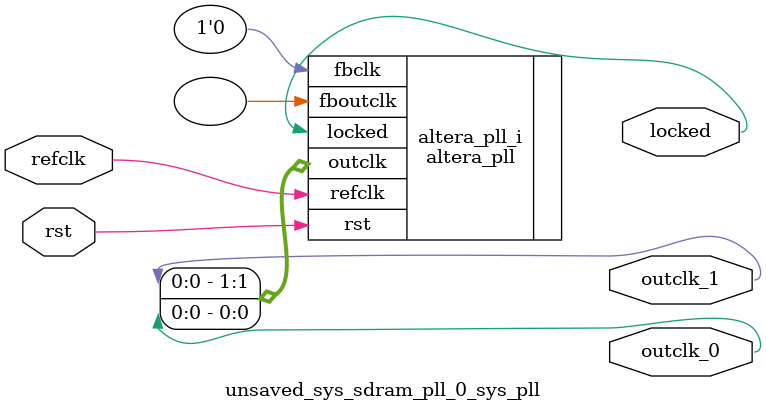
<source format=v>
`timescale 1ns/10ps
module  unsaved_sys_sdram_pll_0_sys_pll(

	// interface 'refclk'
	input wire refclk,

	// interface 'reset'
	input wire rst,

	// interface 'outclk0'
	output wire outclk_0,

	// interface 'outclk1'
	output wire outclk_1,

	// interface 'locked'
	output wire locked
);

	altera_pll #(
		.fractional_vco_multiplier("false"),
		.reference_clock_frequency("50.0 MHz"),
		.operation_mode("direct"),
		.number_of_clocks(2),
		.output_clock_frequency0("50.000000 MHz"),
		.phase_shift0("0 ps"),
		.duty_cycle0(50),
		.output_clock_frequency1("50.000000 MHz"),
		.phase_shift1("-3000 ps"),
		.duty_cycle1(50),
		.output_clock_frequency2("0 MHz"),
		.phase_shift2("0 ps"),
		.duty_cycle2(50),
		.output_clock_frequency3("0 MHz"),
		.phase_shift3("0 ps"),
		.duty_cycle3(50),
		.output_clock_frequency4("0 MHz"),
		.phase_shift4("0 ps"),
		.duty_cycle4(50),
		.output_clock_frequency5("0 MHz"),
		.phase_shift5("0 ps"),
		.duty_cycle5(50),
		.output_clock_frequency6("0 MHz"),
		.phase_shift6("0 ps"),
		.duty_cycle6(50),
		.output_clock_frequency7("0 MHz"),
		.phase_shift7("0 ps"),
		.duty_cycle7(50),
		.output_clock_frequency8("0 MHz"),
		.phase_shift8("0 ps"),
		.duty_cycle8(50),
		.output_clock_frequency9("0 MHz"),
		.phase_shift9("0 ps"),
		.duty_cycle9(50),
		.output_clock_frequency10("0 MHz"),
		.phase_shift10("0 ps"),
		.duty_cycle10(50),
		.output_clock_frequency11("0 MHz"),
		.phase_shift11("0 ps"),
		.duty_cycle11(50),
		.output_clock_frequency12("0 MHz"),
		.phase_shift12("0 ps"),
		.duty_cycle12(50),
		.output_clock_frequency13("0 MHz"),
		.phase_shift13("0 ps"),
		.duty_cycle13(50),
		.output_clock_frequency14("0 MHz"),
		.phase_shift14("0 ps"),
		.duty_cycle14(50),
		.output_clock_frequency15("0 MHz"),
		.phase_shift15("0 ps"),
		.duty_cycle15(50),
		.output_clock_frequency16("0 MHz"),
		.phase_shift16("0 ps"),
		.duty_cycle16(50),
		.output_clock_frequency17("0 MHz"),
		.phase_shift17("0 ps"),
		.duty_cycle17(50),
		.pll_type("General"),
		.pll_subtype("General")
	) altera_pll_i (
		.rst	(rst),
		.outclk	({outclk_1, outclk_0}),
		.locked	(locked),
		.fboutclk	( ),
		.fbclk	(1'b0),
		.refclk	(refclk)
	);
endmodule


</source>
